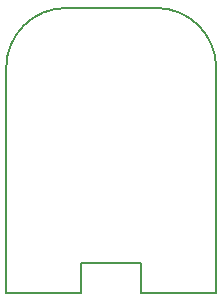
<source format=gbr>
G04 #@! TF.FileFunction,Profile,NP*
%FSLAX46Y46*%
G04 Gerber Fmt 4.6, Leading zero omitted, Abs format (unit mm)*
G04 Created by KiCad (PCBNEW 4.0.2-stable) date 7/18/2017 9:32:26 AM*
%MOMM*%
G01*
G04 APERTURE LIST*
%ADD10C,0.100000*%
%ADD11C,0.150000*%
G04 APERTURE END LIST*
D10*
D11*
X156210000Y-101600000D02*
X163830000Y-101600000D01*
X156210000Y-101600000D02*
G75*
G03X151130000Y-106680000I0J-5080000D01*
G01*
X168910000Y-106680000D02*
G75*
G03X163830000Y-101600000I-5080000J0D01*
G01*
X162560000Y-125730000D02*
X168910000Y-125730000D01*
X151130000Y-125730000D02*
X157480000Y-125730000D01*
X168910000Y-106680000D02*
X168910000Y-125730000D01*
X151130000Y-106680000D02*
X151130000Y-125730000D01*
X162560000Y-123190000D02*
X162560000Y-125730000D01*
X157480000Y-123190000D02*
X162560000Y-123190000D01*
X157480000Y-125730000D02*
X157480000Y-123190000D01*
M02*

</source>
